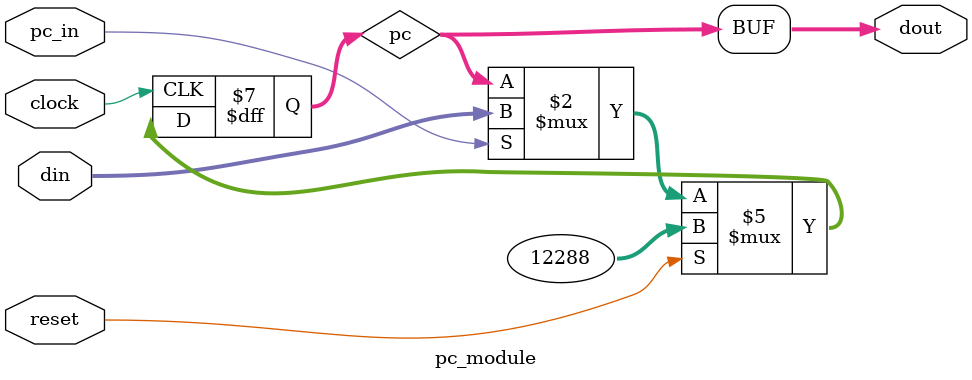
<source format=v>
module pc_module(din, clock, pc_in, reset, dout);
    input [31:0] din;
    input clock, pc_in, reset;
    output [31:0] dout;
    wire [31:0] dout;
    reg [31:0] pc;

    assign dout = pc;

    always @(posedge clock)
        if (reset) pc <= 32'h00003000;
        else if (pc_in) pc <= din;

endmodule
</source>
